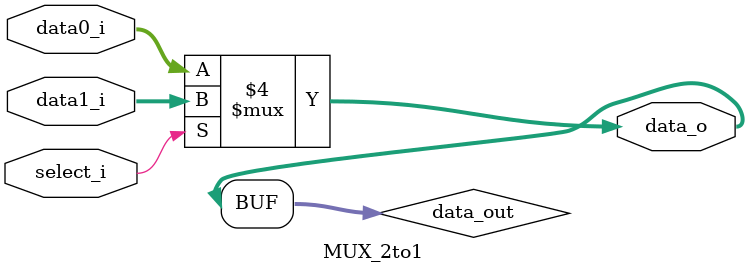
<source format=v>
/***************************************************
Student Name: 
Student ID: 
***************************************************/

`timescale 1ns/1ps

module MUX_2to1(
	input  [31:0] data0_i,       
	input  [31:0] data1_i,
	input         select_i,
	output [31:0] data_o
    );			   

reg [32-1:0] data_out;   
/* Write your code HERE */
always@(*)begin
	if(!select_i) begin//sel=0 output_Z=input_A
		data_out = data0_i;
	end
	else begin//sel=1 output_Z=input_B
		data_out = data1_i;
	end
end

assign data_o = data_out;   



endmodule      
          
</source>
